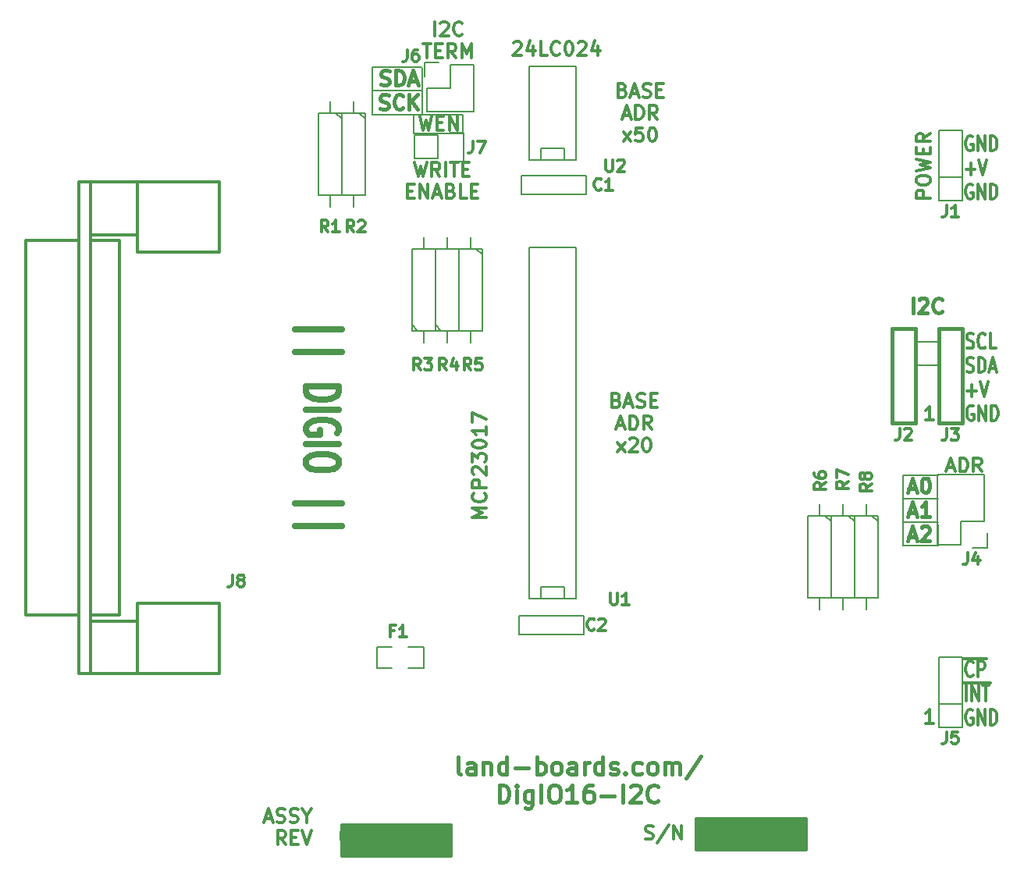
<source format=gto>
G04 #@! TF.FileFunction,Legend,Top*
%FSLAX46Y46*%
G04 Gerber Fmt 4.6, Leading zero omitted, Abs format (unit mm)*
G04 Created by KiCad (PCBNEW (after 2015-mar-04 BZR unknown)-product) date 5/18/2015 8:07:22 PM*
%MOMM*%
G01*
G04 APERTURE LIST*
%ADD10C,0.150000*%
%ADD11C,0.200000*%
%ADD12C,0.300000*%
%ADD13C,0.396875*%
%ADD14C,0.381000*%
%ADD15C,0.635000*%
%ADD16C,0.304800*%
%ADD17C,0.152400*%
%ADD18C,0.127000*%
%ADD19C,0.317500*%
G04 APERTURE END LIST*
D10*
D11*
X41504000Y-23518000D02*
X36170000Y-23518000D01*
X45984000Y-25518000D02*
X45984000Y-25264000D01*
X40650000Y-25518000D02*
X45984000Y-25518000D01*
X40650000Y-23486000D02*
X40650000Y-25518000D01*
X45984000Y-23486000D02*
X40650000Y-23486000D01*
X45984000Y-23740000D02*
X45984000Y-23486000D01*
X45984000Y-25264000D02*
X45984000Y-23740000D01*
D12*
X41336857Y-23680571D02*
X41694000Y-25180571D01*
X41979714Y-24109143D01*
X42265428Y-25180571D01*
X42622571Y-23680571D01*
X43194000Y-24394857D02*
X43694000Y-24394857D01*
X43908286Y-25180571D02*
X43194000Y-25180571D01*
X43194000Y-23680571D01*
X43908286Y-23680571D01*
X44551143Y-25180571D02*
X44551143Y-23680571D01*
X45408286Y-25180571D01*
X45408286Y-23680571D01*
D11*
X41604000Y-20858000D02*
X36270000Y-20858000D01*
X36170000Y-18418000D02*
X36170000Y-23498000D01*
X41504000Y-18318000D02*
X36170000Y-18318000D01*
X41604000Y-23498000D02*
X41604000Y-18418000D01*
X95006000Y-48124000D02*
X97546000Y-48124000D01*
X95006000Y-50664000D02*
X97546000Y-50664000D01*
X93736000Y-65142000D02*
X97546000Y-65142000D01*
X93736000Y-67682000D02*
X97546000Y-67682000D01*
X97546000Y-70222000D02*
X97546000Y-67936000D01*
X93736000Y-70222000D02*
X97546000Y-70222000D01*
X93736000Y-62602000D02*
X93736000Y-70222000D01*
X97546000Y-62602000D02*
X93736000Y-62602000D01*
D12*
X96700571Y-32538286D02*
X95200571Y-32538286D01*
X95200571Y-31966858D01*
X95272000Y-31824000D01*
X95343429Y-31752572D01*
X95486286Y-31681143D01*
X95700571Y-31681143D01*
X95843429Y-31752572D01*
X95914857Y-31824000D01*
X95986286Y-31966858D01*
X95986286Y-32538286D01*
X95200571Y-30752572D02*
X95200571Y-30466858D01*
X95272000Y-30324000D01*
X95414857Y-30181143D01*
X95700571Y-30109715D01*
X96200571Y-30109715D01*
X96486286Y-30181143D01*
X96629143Y-30324000D01*
X96700571Y-30466858D01*
X96700571Y-30752572D01*
X96629143Y-30895429D01*
X96486286Y-31038286D01*
X96200571Y-31109715D01*
X95700571Y-31109715D01*
X95414857Y-31038286D01*
X95272000Y-30895429D01*
X95200571Y-30752572D01*
X95200571Y-29609714D02*
X96700571Y-29252571D01*
X95629143Y-28966857D01*
X96700571Y-28681143D01*
X95200571Y-28324000D01*
X95914857Y-27752571D02*
X95914857Y-27252571D01*
X96700571Y-27038285D02*
X96700571Y-27752571D01*
X95200571Y-27752571D01*
X95200571Y-27038285D01*
X96700571Y-25538285D02*
X95986286Y-26038285D01*
X96700571Y-26395428D02*
X95200571Y-26395428D01*
X95200571Y-25824000D01*
X95272000Y-25681142D01*
X95343429Y-25609714D01*
X95486286Y-25538285D01*
X95700571Y-25538285D01*
X95843429Y-25609714D01*
X95914857Y-25681142D01*
X95986286Y-25824000D01*
X95986286Y-26395428D01*
X40782000Y-28679571D02*
X41139143Y-30179571D01*
X41424857Y-29108143D01*
X41710571Y-30179571D01*
X42067714Y-28679571D01*
X43496286Y-30179571D02*
X42996286Y-29465286D01*
X42639143Y-30179571D02*
X42639143Y-28679571D01*
X43210571Y-28679571D01*
X43353429Y-28751000D01*
X43424857Y-28822429D01*
X43496286Y-28965286D01*
X43496286Y-29179571D01*
X43424857Y-29322429D01*
X43353429Y-29393857D01*
X43210571Y-29465286D01*
X42639143Y-29465286D01*
X44139143Y-30179571D02*
X44139143Y-28679571D01*
X44639143Y-28679571D02*
X45496286Y-28679571D01*
X45067715Y-30179571D02*
X45067715Y-28679571D01*
X45996286Y-29393857D02*
X46496286Y-29393857D01*
X46710572Y-30179571D02*
X45996286Y-30179571D01*
X45996286Y-28679571D01*
X46710572Y-28679571D01*
X39996286Y-31793857D02*
X40496286Y-31793857D01*
X40710572Y-32579571D02*
X39996286Y-32579571D01*
X39996286Y-31079571D01*
X40710572Y-31079571D01*
X41353429Y-32579571D02*
X41353429Y-31079571D01*
X42210572Y-32579571D01*
X42210572Y-31079571D01*
X42853429Y-32151000D02*
X43567715Y-32151000D01*
X42710572Y-32579571D02*
X43210572Y-31079571D01*
X43710572Y-32579571D01*
X44710572Y-31793857D02*
X44924858Y-31865286D01*
X44996286Y-31936714D01*
X45067715Y-32079571D01*
X45067715Y-32293857D01*
X44996286Y-32436714D01*
X44924858Y-32508143D01*
X44782000Y-32579571D01*
X44210572Y-32579571D01*
X44210572Y-31079571D01*
X44710572Y-31079571D01*
X44853429Y-31151000D01*
X44924858Y-31222429D01*
X44996286Y-31365286D01*
X44996286Y-31508143D01*
X44924858Y-31651000D01*
X44853429Y-31722429D01*
X44710572Y-31793857D01*
X44210572Y-31793857D01*
X46424858Y-32579571D02*
X45710572Y-32579571D01*
X45710572Y-31079571D01*
X46924858Y-31793857D02*
X47424858Y-31793857D01*
X47639144Y-32579571D02*
X46924858Y-32579571D01*
X46924858Y-31079571D01*
X47639144Y-31079571D01*
X51501144Y-15695429D02*
X51572573Y-15624000D01*
X51715430Y-15552571D01*
X52072573Y-15552571D01*
X52215430Y-15624000D01*
X52286859Y-15695429D01*
X52358287Y-15838286D01*
X52358287Y-15981143D01*
X52286859Y-16195429D01*
X51429716Y-17052571D01*
X52358287Y-17052571D01*
X53644001Y-16052571D02*
X53644001Y-17052571D01*
X53286858Y-15481143D02*
X52929715Y-16552571D01*
X53858287Y-16552571D01*
X55144001Y-17052571D02*
X54429715Y-17052571D01*
X54429715Y-15552571D01*
X56501144Y-16909714D02*
X56429715Y-16981143D01*
X56215429Y-17052571D01*
X56072572Y-17052571D01*
X55858287Y-16981143D01*
X55715429Y-16838286D01*
X55644001Y-16695429D01*
X55572572Y-16409714D01*
X55572572Y-16195429D01*
X55644001Y-15909714D01*
X55715429Y-15766857D01*
X55858287Y-15624000D01*
X56072572Y-15552571D01*
X56215429Y-15552571D01*
X56429715Y-15624000D01*
X56501144Y-15695429D01*
X57429715Y-15552571D02*
X57572572Y-15552571D01*
X57715429Y-15624000D01*
X57786858Y-15695429D01*
X57858287Y-15838286D01*
X57929715Y-16124000D01*
X57929715Y-16481143D01*
X57858287Y-16766857D01*
X57786858Y-16909714D01*
X57715429Y-16981143D01*
X57572572Y-17052571D01*
X57429715Y-17052571D01*
X57286858Y-16981143D01*
X57215429Y-16909714D01*
X57144001Y-16766857D01*
X57072572Y-16481143D01*
X57072572Y-16124000D01*
X57144001Y-15838286D01*
X57215429Y-15695429D01*
X57286858Y-15624000D01*
X57429715Y-15552571D01*
X58501143Y-15695429D02*
X58572572Y-15624000D01*
X58715429Y-15552571D01*
X59072572Y-15552571D01*
X59215429Y-15624000D01*
X59286858Y-15695429D01*
X59358286Y-15838286D01*
X59358286Y-15981143D01*
X59286858Y-16195429D01*
X58429715Y-17052571D01*
X59358286Y-17052571D01*
X60644000Y-16052571D02*
X60644000Y-17052571D01*
X60286857Y-15481143D02*
X59929714Y-16552571D01*
X60858286Y-16552571D01*
X48518571Y-67171427D02*
X47018571Y-67171427D01*
X48090000Y-66671427D01*
X47018571Y-66171427D01*
X48518571Y-66171427D01*
X48375714Y-64599998D02*
X48447143Y-64671427D01*
X48518571Y-64885713D01*
X48518571Y-65028570D01*
X48447143Y-65242855D01*
X48304286Y-65385713D01*
X48161429Y-65457141D01*
X47875714Y-65528570D01*
X47661429Y-65528570D01*
X47375714Y-65457141D01*
X47232857Y-65385713D01*
X47090000Y-65242855D01*
X47018571Y-65028570D01*
X47018571Y-64885713D01*
X47090000Y-64671427D01*
X47161429Y-64599998D01*
X48518571Y-63957141D02*
X47018571Y-63957141D01*
X47018571Y-63385713D01*
X47090000Y-63242855D01*
X47161429Y-63171427D01*
X47304286Y-63099998D01*
X47518571Y-63099998D01*
X47661429Y-63171427D01*
X47732857Y-63242855D01*
X47804286Y-63385713D01*
X47804286Y-63957141D01*
X47161429Y-62528570D02*
X47090000Y-62457141D01*
X47018571Y-62314284D01*
X47018571Y-61957141D01*
X47090000Y-61814284D01*
X47161429Y-61742855D01*
X47304286Y-61671427D01*
X47447143Y-61671427D01*
X47661429Y-61742855D01*
X48518571Y-62599998D01*
X48518571Y-61671427D01*
X47018571Y-61171427D02*
X47018571Y-60242856D01*
X47590000Y-60742856D01*
X47590000Y-60528570D01*
X47661429Y-60385713D01*
X47732857Y-60314284D01*
X47875714Y-60242856D01*
X48232857Y-60242856D01*
X48375714Y-60314284D01*
X48447143Y-60385713D01*
X48518571Y-60528570D01*
X48518571Y-60957142D01*
X48447143Y-61099999D01*
X48375714Y-61171427D01*
X47018571Y-59314285D02*
X47018571Y-59171428D01*
X47090000Y-59028571D01*
X47161429Y-58957142D01*
X47304286Y-58885713D01*
X47590000Y-58814285D01*
X47947143Y-58814285D01*
X48232857Y-58885713D01*
X48375714Y-58957142D01*
X48447143Y-59028571D01*
X48518571Y-59171428D01*
X48518571Y-59314285D01*
X48447143Y-59457142D01*
X48375714Y-59528571D01*
X48232857Y-59599999D01*
X47947143Y-59671428D01*
X47590000Y-59671428D01*
X47304286Y-59599999D01*
X47161429Y-59528571D01*
X47090000Y-59457142D01*
X47018571Y-59314285D01*
X48518571Y-57385714D02*
X48518571Y-58242857D01*
X48518571Y-57814285D02*
X47018571Y-57814285D01*
X47232857Y-57957142D01*
X47375714Y-58100000D01*
X47447143Y-58242857D01*
X47018571Y-56885714D02*
X47018571Y-55885714D01*
X48518571Y-56528571D01*
D13*
X37122322Y-20232873D02*
X37349108Y-20308468D01*
X37727084Y-20308468D01*
X37878274Y-20232873D01*
X37953870Y-20157277D01*
X38029465Y-20006087D01*
X38029465Y-19854896D01*
X37953870Y-19703706D01*
X37878274Y-19628111D01*
X37727084Y-19552515D01*
X37424703Y-19476920D01*
X37273512Y-19401325D01*
X37197917Y-19325730D01*
X37122322Y-19174539D01*
X37122322Y-19023349D01*
X37197917Y-18872158D01*
X37273512Y-18796563D01*
X37424703Y-18720968D01*
X37802679Y-18720968D01*
X38029465Y-18796563D01*
X38709822Y-20308468D02*
X38709822Y-18720968D01*
X39087798Y-18720968D01*
X39314584Y-18796563D01*
X39465775Y-18947753D01*
X39541370Y-19098944D01*
X39616965Y-19401325D01*
X39616965Y-19628111D01*
X39541370Y-19930492D01*
X39465775Y-20081682D01*
X39314584Y-20232873D01*
X39087798Y-20308468D01*
X38709822Y-20308468D01*
X40221727Y-19854896D02*
X40977679Y-19854896D01*
X40070536Y-20308468D02*
X40599703Y-18720968D01*
X41128870Y-20308468D01*
X37008929Y-22852248D02*
X37235715Y-22927843D01*
X37613691Y-22927843D01*
X37764881Y-22852248D01*
X37840477Y-22776652D01*
X37916072Y-22625462D01*
X37916072Y-22474271D01*
X37840477Y-22323081D01*
X37764881Y-22247486D01*
X37613691Y-22171890D01*
X37311310Y-22096295D01*
X37160119Y-22020700D01*
X37084524Y-21945105D01*
X37008929Y-21793914D01*
X37008929Y-21642724D01*
X37084524Y-21491533D01*
X37160119Y-21415938D01*
X37311310Y-21340343D01*
X37689286Y-21340343D01*
X37916072Y-21415938D01*
X39503572Y-22776652D02*
X39427977Y-22852248D01*
X39201191Y-22927843D01*
X39050001Y-22927843D01*
X38823215Y-22852248D01*
X38672024Y-22701057D01*
X38596429Y-22549867D01*
X38520834Y-22247486D01*
X38520834Y-22020700D01*
X38596429Y-21718319D01*
X38672024Y-21567128D01*
X38823215Y-21415938D01*
X39050001Y-21340343D01*
X39201191Y-21340343D01*
X39427977Y-21415938D01*
X39503572Y-21491533D01*
X40183929Y-22927843D02*
X40183929Y-21340343D01*
X41091072Y-22927843D02*
X40410715Y-22020700D01*
X41091072Y-21340343D02*
X40183929Y-22247486D01*
D12*
X42935715Y-14928571D02*
X42935715Y-13428571D01*
X43578572Y-13571429D02*
X43650001Y-13500000D01*
X43792858Y-13428571D01*
X44150001Y-13428571D01*
X44292858Y-13500000D01*
X44364287Y-13571429D01*
X44435715Y-13714286D01*
X44435715Y-13857143D01*
X44364287Y-14071429D01*
X43507144Y-14928571D01*
X44435715Y-14928571D01*
X45935715Y-14785714D02*
X45864286Y-14857143D01*
X45650000Y-14928571D01*
X45507143Y-14928571D01*
X45292858Y-14857143D01*
X45150000Y-14714286D01*
X45078572Y-14571429D01*
X45007143Y-14285714D01*
X45007143Y-14071429D01*
X45078572Y-13785714D01*
X45150000Y-13642857D01*
X45292858Y-13500000D01*
X45507143Y-13428571D01*
X45650000Y-13428571D01*
X45864286Y-13500000D01*
X45935715Y-13571429D01*
X41685714Y-15828571D02*
X42542857Y-15828571D01*
X42114286Y-17328571D02*
X42114286Y-15828571D01*
X43042857Y-16542857D02*
X43542857Y-16542857D01*
X43757143Y-17328571D02*
X43042857Y-17328571D01*
X43042857Y-15828571D01*
X43757143Y-15828571D01*
X45257143Y-17328571D02*
X44757143Y-16614286D01*
X44400000Y-17328571D02*
X44400000Y-15828571D01*
X44971428Y-15828571D01*
X45114286Y-15900000D01*
X45185714Y-15971429D01*
X45257143Y-16114286D01*
X45257143Y-16328571D01*
X45185714Y-16471429D01*
X45114286Y-16542857D01*
X44971428Y-16614286D01*
X44400000Y-16614286D01*
X45900000Y-17328571D02*
X45900000Y-15828571D01*
X46400000Y-16900000D01*
X46900000Y-15828571D01*
X46900000Y-17328571D01*
X62681429Y-54482857D02*
X62895715Y-54554286D01*
X62967143Y-54625714D01*
X63038572Y-54768571D01*
X63038572Y-54982857D01*
X62967143Y-55125714D01*
X62895715Y-55197143D01*
X62752857Y-55268571D01*
X62181429Y-55268571D01*
X62181429Y-53768571D01*
X62681429Y-53768571D01*
X62824286Y-53840000D01*
X62895715Y-53911429D01*
X62967143Y-54054286D01*
X62967143Y-54197143D01*
X62895715Y-54340000D01*
X62824286Y-54411429D01*
X62681429Y-54482857D01*
X62181429Y-54482857D01*
X63610000Y-54840000D02*
X64324286Y-54840000D01*
X63467143Y-55268571D02*
X63967143Y-53768571D01*
X64467143Y-55268571D01*
X64895714Y-55197143D02*
X65110000Y-55268571D01*
X65467143Y-55268571D01*
X65610000Y-55197143D01*
X65681429Y-55125714D01*
X65752857Y-54982857D01*
X65752857Y-54840000D01*
X65681429Y-54697143D01*
X65610000Y-54625714D01*
X65467143Y-54554286D01*
X65181429Y-54482857D01*
X65038571Y-54411429D01*
X64967143Y-54340000D01*
X64895714Y-54197143D01*
X64895714Y-54054286D01*
X64967143Y-53911429D01*
X65038571Y-53840000D01*
X65181429Y-53768571D01*
X65538571Y-53768571D01*
X65752857Y-53840000D01*
X66395714Y-54482857D02*
X66895714Y-54482857D01*
X67110000Y-55268571D02*
X66395714Y-55268571D01*
X66395714Y-53768571D01*
X67110000Y-53768571D01*
X62752857Y-57240000D02*
X63467143Y-57240000D01*
X62610000Y-57668571D02*
X63110000Y-56168571D01*
X63610000Y-57668571D01*
X64110000Y-57668571D02*
X64110000Y-56168571D01*
X64467143Y-56168571D01*
X64681428Y-56240000D01*
X64824286Y-56382857D01*
X64895714Y-56525714D01*
X64967143Y-56811429D01*
X64967143Y-57025714D01*
X64895714Y-57311429D01*
X64824286Y-57454286D01*
X64681428Y-57597143D01*
X64467143Y-57668571D01*
X64110000Y-57668571D01*
X66467143Y-57668571D02*
X65967143Y-56954286D01*
X65610000Y-57668571D02*
X65610000Y-56168571D01*
X66181428Y-56168571D01*
X66324286Y-56240000D01*
X66395714Y-56311429D01*
X66467143Y-56454286D01*
X66467143Y-56668571D01*
X66395714Y-56811429D01*
X66324286Y-56882857D01*
X66181428Y-56954286D01*
X65610000Y-56954286D01*
X62788572Y-60068571D02*
X63574286Y-59068571D01*
X62788572Y-59068571D02*
X63574286Y-60068571D01*
X64074286Y-58711429D02*
X64145715Y-58640000D01*
X64288572Y-58568571D01*
X64645715Y-58568571D01*
X64788572Y-58640000D01*
X64860001Y-58711429D01*
X64931429Y-58854286D01*
X64931429Y-58997143D01*
X64860001Y-59211429D01*
X64002858Y-60068571D01*
X64931429Y-60068571D01*
X65860000Y-58568571D02*
X66002857Y-58568571D01*
X66145714Y-58640000D01*
X66217143Y-58711429D01*
X66288572Y-58854286D01*
X66360000Y-59140000D01*
X66360000Y-59497143D01*
X66288572Y-59782857D01*
X66217143Y-59925714D01*
X66145714Y-59997143D01*
X66002857Y-60068571D01*
X65860000Y-60068571D01*
X65717143Y-59997143D01*
X65645714Y-59925714D01*
X65574286Y-59782857D01*
X65502857Y-59497143D01*
X65502857Y-59140000D01*
X65574286Y-58854286D01*
X65645714Y-58711429D01*
X65717143Y-58640000D01*
X65860000Y-58568571D01*
X98550714Y-61812000D02*
X99265000Y-61812000D01*
X98407857Y-62240571D02*
X98907857Y-60740571D01*
X99407857Y-62240571D01*
X99907857Y-62240571D02*
X99907857Y-60740571D01*
X100265000Y-60740571D01*
X100479285Y-60812000D01*
X100622143Y-60954857D01*
X100693571Y-61097714D01*
X100765000Y-61383429D01*
X100765000Y-61597714D01*
X100693571Y-61883429D01*
X100622143Y-62026286D01*
X100479285Y-62169143D01*
X100265000Y-62240571D01*
X99907857Y-62240571D01*
X102265000Y-62240571D02*
X101765000Y-61526286D01*
X101407857Y-62240571D02*
X101407857Y-60740571D01*
X101979285Y-60740571D01*
X102122143Y-60812000D01*
X102193571Y-60883429D01*
X102265000Y-61026286D01*
X102265000Y-61240571D01*
X102193571Y-61383429D01*
X102122143Y-61454857D01*
X101979285Y-61526286D01*
X101407857Y-61526286D01*
X97042572Y-89545571D02*
X96185429Y-89545571D01*
X96614001Y-89545571D02*
X96614001Y-88045571D01*
X96471144Y-88259857D01*
X96328286Y-88402714D01*
X96185429Y-88474143D01*
X97042572Y-56652571D02*
X96185429Y-56652571D01*
X96614001Y-56652571D02*
X96614001Y-55152571D01*
X96471144Y-55366857D01*
X96328286Y-55509714D01*
X96185429Y-55581143D01*
X101264619Y-25867100D02*
X101143667Y-25788481D01*
X100962238Y-25788481D01*
X100780810Y-25867100D01*
X100659857Y-26024338D01*
X100599381Y-26181576D01*
X100538905Y-26496052D01*
X100538905Y-26731910D01*
X100599381Y-27046386D01*
X100659857Y-27203624D01*
X100780810Y-27360862D01*
X100962238Y-27439481D01*
X101083190Y-27439481D01*
X101264619Y-27360862D01*
X101325095Y-27282243D01*
X101325095Y-26731910D01*
X101083190Y-26731910D01*
X101869381Y-27439481D02*
X101869381Y-25788481D01*
X102595095Y-27439481D01*
X102595095Y-25788481D01*
X103199857Y-27439481D02*
X103199857Y-25788481D01*
X103502238Y-25788481D01*
X103683666Y-25867100D01*
X103804619Y-26024338D01*
X103865095Y-26181576D01*
X103925571Y-26496052D01*
X103925571Y-26731910D01*
X103865095Y-27046386D01*
X103804619Y-27203624D01*
X103683666Y-27360862D01*
X103502238Y-27439481D01*
X103199857Y-27439481D01*
X100599381Y-29421929D02*
X101567000Y-29421929D01*
X101083190Y-30050881D02*
X101083190Y-28792976D01*
X101990333Y-28399881D02*
X102413667Y-30050881D01*
X102837000Y-28399881D01*
X101264619Y-31089900D02*
X101143667Y-31011281D01*
X100962238Y-31011281D01*
X100780810Y-31089900D01*
X100659857Y-31247138D01*
X100599381Y-31404376D01*
X100538905Y-31718852D01*
X100538905Y-31954710D01*
X100599381Y-32269186D01*
X100659857Y-32426424D01*
X100780810Y-32583662D01*
X100962238Y-32662281D01*
X101083190Y-32662281D01*
X101264619Y-32583662D01*
X101325095Y-32505043D01*
X101325095Y-31954710D01*
X101083190Y-31954710D01*
X101869381Y-32662281D02*
X101869381Y-31011281D01*
X102595095Y-32662281D01*
X102595095Y-31011281D01*
X103199857Y-32662281D02*
X103199857Y-31011281D01*
X103502238Y-31011281D01*
X103683666Y-31089900D01*
X103804619Y-31247138D01*
X103865095Y-31404376D01*
X103925571Y-31718852D01*
X103925571Y-31954710D01*
X103865095Y-32269186D01*
X103804619Y-32426424D01*
X103683666Y-32583662D01*
X103502238Y-32662281D01*
X103199857Y-32662281D01*
X101325095Y-84305243D02*
X101264619Y-84383862D01*
X101083190Y-84462481D01*
X100962238Y-84462481D01*
X100780810Y-84383862D01*
X100659857Y-84226624D01*
X100599381Y-84069386D01*
X100538905Y-83754910D01*
X100538905Y-83519052D01*
X100599381Y-83204576D01*
X100659857Y-83047338D01*
X100780810Y-82890100D01*
X100962238Y-82811481D01*
X101083190Y-82811481D01*
X101264619Y-82890100D01*
X101325095Y-82968719D01*
X101869381Y-84462481D02*
X101869381Y-82811481D01*
X102353190Y-82811481D01*
X102474143Y-82890100D01*
X102534619Y-82968719D01*
X102595095Y-83125957D01*
X102595095Y-83361814D01*
X102534619Y-83519052D01*
X102474143Y-83597671D01*
X102353190Y-83676290D01*
X101869381Y-83676290D01*
X100297000Y-82526880D02*
X102837000Y-82526880D01*
X100599381Y-87073881D02*
X100599381Y-85422881D01*
X101204143Y-87073881D02*
X101204143Y-85422881D01*
X101929857Y-87073881D01*
X101929857Y-85422881D01*
X102353190Y-85422881D02*
X103078905Y-85422881D01*
X102716048Y-87073881D02*
X102716048Y-85422881D01*
X100297000Y-85138280D02*
X103199857Y-85138280D01*
X101264619Y-88112900D02*
X101143667Y-88034281D01*
X100962238Y-88034281D01*
X100780810Y-88112900D01*
X100659857Y-88270138D01*
X100599381Y-88427376D01*
X100538905Y-88741852D01*
X100538905Y-88977710D01*
X100599381Y-89292186D01*
X100659857Y-89449424D01*
X100780810Y-89606662D01*
X100962238Y-89685281D01*
X101083190Y-89685281D01*
X101264619Y-89606662D01*
X101325095Y-89528043D01*
X101325095Y-88977710D01*
X101083190Y-88977710D01*
X101869381Y-89685281D02*
X101869381Y-88034281D01*
X102595095Y-89685281D01*
X102595095Y-88034281D01*
X103199857Y-89685281D02*
X103199857Y-88034281D01*
X103502238Y-88034281D01*
X103683666Y-88112900D01*
X103804619Y-88270138D01*
X103865095Y-88427376D01*
X103925571Y-88741852D01*
X103925571Y-88977710D01*
X103865095Y-89292186D01*
X103804619Y-89449424D01*
X103683666Y-89606662D01*
X103502238Y-89685281D01*
X103199857Y-89685281D01*
X63316429Y-20827857D02*
X63530715Y-20899286D01*
X63602143Y-20970714D01*
X63673572Y-21113571D01*
X63673572Y-21327857D01*
X63602143Y-21470714D01*
X63530715Y-21542143D01*
X63387857Y-21613571D01*
X62816429Y-21613571D01*
X62816429Y-20113571D01*
X63316429Y-20113571D01*
X63459286Y-20185000D01*
X63530715Y-20256429D01*
X63602143Y-20399286D01*
X63602143Y-20542143D01*
X63530715Y-20685000D01*
X63459286Y-20756429D01*
X63316429Y-20827857D01*
X62816429Y-20827857D01*
X64245000Y-21185000D02*
X64959286Y-21185000D01*
X64102143Y-21613571D02*
X64602143Y-20113571D01*
X65102143Y-21613571D01*
X65530714Y-21542143D02*
X65745000Y-21613571D01*
X66102143Y-21613571D01*
X66245000Y-21542143D01*
X66316429Y-21470714D01*
X66387857Y-21327857D01*
X66387857Y-21185000D01*
X66316429Y-21042143D01*
X66245000Y-20970714D01*
X66102143Y-20899286D01*
X65816429Y-20827857D01*
X65673571Y-20756429D01*
X65602143Y-20685000D01*
X65530714Y-20542143D01*
X65530714Y-20399286D01*
X65602143Y-20256429D01*
X65673571Y-20185000D01*
X65816429Y-20113571D01*
X66173571Y-20113571D01*
X66387857Y-20185000D01*
X67030714Y-20827857D02*
X67530714Y-20827857D01*
X67745000Y-21613571D02*
X67030714Y-21613571D01*
X67030714Y-20113571D01*
X67745000Y-20113571D01*
X63387857Y-23585000D02*
X64102143Y-23585000D01*
X63245000Y-24013571D02*
X63745000Y-22513571D01*
X64245000Y-24013571D01*
X64745000Y-24013571D02*
X64745000Y-22513571D01*
X65102143Y-22513571D01*
X65316428Y-22585000D01*
X65459286Y-22727857D01*
X65530714Y-22870714D01*
X65602143Y-23156429D01*
X65602143Y-23370714D01*
X65530714Y-23656429D01*
X65459286Y-23799286D01*
X65316428Y-23942143D01*
X65102143Y-24013571D01*
X64745000Y-24013571D01*
X67102143Y-24013571D02*
X66602143Y-23299286D01*
X66245000Y-24013571D02*
X66245000Y-22513571D01*
X66816428Y-22513571D01*
X66959286Y-22585000D01*
X67030714Y-22656429D01*
X67102143Y-22799286D01*
X67102143Y-23013571D01*
X67030714Y-23156429D01*
X66959286Y-23227857D01*
X66816428Y-23299286D01*
X66245000Y-23299286D01*
X63423572Y-26413571D02*
X64209286Y-25413571D01*
X63423572Y-25413571D02*
X64209286Y-26413571D01*
X65495001Y-24913571D02*
X64780715Y-24913571D01*
X64709286Y-25627857D01*
X64780715Y-25556429D01*
X64923572Y-25485000D01*
X65280715Y-25485000D01*
X65423572Y-25556429D01*
X65495001Y-25627857D01*
X65566429Y-25770714D01*
X65566429Y-26127857D01*
X65495001Y-26270714D01*
X65423572Y-26342143D01*
X65280715Y-26413571D01*
X64923572Y-26413571D01*
X64780715Y-26342143D01*
X64709286Y-26270714D01*
X66495000Y-24913571D02*
X66637857Y-24913571D01*
X66780714Y-24985000D01*
X66852143Y-25056429D01*
X66923572Y-25199286D01*
X66995000Y-25485000D01*
X66995000Y-25842143D01*
X66923572Y-26127857D01*
X66852143Y-26270714D01*
X66780714Y-26342143D01*
X66637857Y-26413571D01*
X66495000Y-26413571D01*
X66352143Y-26342143D01*
X66280714Y-26270714D01*
X66209286Y-26127857D01*
X66137857Y-25842143D01*
X66137857Y-25485000D01*
X66209286Y-25199286D01*
X66280714Y-25056429D01*
X66352143Y-24985000D01*
X66495000Y-24913571D01*
D14*
X45768645Y-95062786D02*
X45587217Y-94972071D01*
X45496502Y-94790643D01*
X45496502Y-93157786D01*
X47310788Y-95062786D02*
X47310788Y-94064929D01*
X47220074Y-93883500D01*
X47038645Y-93792786D01*
X46675788Y-93792786D01*
X46494359Y-93883500D01*
X47310788Y-94972071D02*
X47129359Y-95062786D01*
X46675788Y-95062786D01*
X46494359Y-94972071D01*
X46403645Y-94790643D01*
X46403645Y-94609214D01*
X46494359Y-94427786D01*
X46675788Y-94337071D01*
X47129359Y-94337071D01*
X47310788Y-94246357D01*
X48217930Y-93792786D02*
X48217930Y-95062786D01*
X48217930Y-93974214D02*
X48308645Y-93883500D01*
X48490073Y-93792786D01*
X48762216Y-93792786D01*
X48943645Y-93883500D01*
X49034359Y-94064929D01*
X49034359Y-95062786D01*
X50757930Y-95062786D02*
X50757930Y-93157786D01*
X50757930Y-94972071D02*
X50576501Y-95062786D01*
X50213644Y-95062786D01*
X50032216Y-94972071D01*
X49941501Y-94881357D01*
X49850787Y-94699929D01*
X49850787Y-94155643D01*
X49941501Y-93974214D01*
X50032216Y-93883500D01*
X50213644Y-93792786D01*
X50576501Y-93792786D01*
X50757930Y-93883500D01*
X51665072Y-94337071D02*
X53116501Y-94337071D01*
X54023643Y-95062786D02*
X54023643Y-93157786D01*
X54023643Y-93883500D02*
X54205072Y-93792786D01*
X54567929Y-93792786D01*
X54749358Y-93883500D01*
X54840072Y-93974214D01*
X54930786Y-94155643D01*
X54930786Y-94699929D01*
X54840072Y-94881357D01*
X54749358Y-94972071D01*
X54567929Y-95062786D01*
X54205072Y-95062786D01*
X54023643Y-94972071D01*
X56019357Y-95062786D02*
X55837929Y-94972071D01*
X55747214Y-94881357D01*
X55656500Y-94699929D01*
X55656500Y-94155643D01*
X55747214Y-93974214D01*
X55837929Y-93883500D01*
X56019357Y-93792786D01*
X56291500Y-93792786D01*
X56472929Y-93883500D01*
X56563643Y-93974214D01*
X56654357Y-94155643D01*
X56654357Y-94699929D01*
X56563643Y-94881357D01*
X56472929Y-94972071D01*
X56291500Y-95062786D01*
X56019357Y-95062786D01*
X58287214Y-95062786D02*
X58287214Y-94064929D01*
X58196500Y-93883500D01*
X58015071Y-93792786D01*
X57652214Y-93792786D01*
X57470785Y-93883500D01*
X58287214Y-94972071D02*
X58105785Y-95062786D01*
X57652214Y-95062786D01*
X57470785Y-94972071D01*
X57380071Y-94790643D01*
X57380071Y-94609214D01*
X57470785Y-94427786D01*
X57652214Y-94337071D01*
X58105785Y-94337071D01*
X58287214Y-94246357D01*
X59194356Y-95062786D02*
X59194356Y-93792786D01*
X59194356Y-94155643D02*
X59285071Y-93974214D01*
X59375785Y-93883500D01*
X59557214Y-93792786D01*
X59738642Y-93792786D01*
X61190071Y-95062786D02*
X61190071Y-93157786D01*
X61190071Y-94972071D02*
X61008642Y-95062786D01*
X60645785Y-95062786D01*
X60464357Y-94972071D01*
X60373642Y-94881357D01*
X60282928Y-94699929D01*
X60282928Y-94155643D01*
X60373642Y-93974214D01*
X60464357Y-93883500D01*
X60645785Y-93792786D01*
X61008642Y-93792786D01*
X61190071Y-93883500D01*
X62006499Y-94972071D02*
X62187928Y-95062786D01*
X62550785Y-95062786D01*
X62732213Y-94972071D01*
X62822928Y-94790643D01*
X62822928Y-94699929D01*
X62732213Y-94518500D01*
X62550785Y-94427786D01*
X62278642Y-94427786D01*
X62097213Y-94337071D01*
X62006499Y-94155643D01*
X62006499Y-94064929D01*
X62097213Y-93883500D01*
X62278642Y-93792786D01*
X62550785Y-93792786D01*
X62732213Y-93883500D01*
X63639356Y-94881357D02*
X63730071Y-94972071D01*
X63639356Y-95062786D01*
X63548642Y-94972071D01*
X63639356Y-94881357D01*
X63639356Y-95062786D01*
X65362928Y-94972071D02*
X65181499Y-95062786D01*
X64818642Y-95062786D01*
X64637214Y-94972071D01*
X64546499Y-94881357D01*
X64455785Y-94699929D01*
X64455785Y-94155643D01*
X64546499Y-93974214D01*
X64637214Y-93883500D01*
X64818642Y-93792786D01*
X65181499Y-93792786D01*
X65362928Y-93883500D01*
X66451499Y-95062786D02*
X66270071Y-94972071D01*
X66179356Y-94881357D01*
X66088642Y-94699929D01*
X66088642Y-94155643D01*
X66179356Y-93974214D01*
X66270071Y-93883500D01*
X66451499Y-93792786D01*
X66723642Y-93792786D01*
X66905071Y-93883500D01*
X66995785Y-93974214D01*
X67086499Y-94155643D01*
X67086499Y-94699929D01*
X66995785Y-94881357D01*
X66905071Y-94972071D01*
X66723642Y-95062786D01*
X66451499Y-95062786D01*
X67902927Y-95062786D02*
X67902927Y-93792786D01*
X67902927Y-93974214D02*
X67993642Y-93883500D01*
X68175070Y-93792786D01*
X68447213Y-93792786D01*
X68628642Y-93883500D01*
X68719356Y-94064929D01*
X68719356Y-95062786D01*
X68719356Y-94064929D02*
X68810070Y-93883500D01*
X68991499Y-93792786D01*
X69263642Y-93792786D01*
X69445070Y-93883500D01*
X69535785Y-94064929D01*
X69535785Y-95062786D01*
X71803642Y-93067071D02*
X70170785Y-95516357D01*
X49941500Y-98110786D02*
X49941500Y-96205786D01*
X50395072Y-96205786D01*
X50667215Y-96296500D01*
X50848643Y-96477929D01*
X50939358Y-96659357D01*
X51030072Y-97022214D01*
X51030072Y-97294357D01*
X50939358Y-97657214D01*
X50848643Y-97838643D01*
X50667215Y-98020071D01*
X50395072Y-98110786D01*
X49941500Y-98110786D01*
X51846500Y-98110786D02*
X51846500Y-96840786D01*
X51846500Y-96205786D02*
X51755786Y-96296500D01*
X51846500Y-96387214D01*
X51937215Y-96296500D01*
X51846500Y-96205786D01*
X51846500Y-96387214D01*
X53570072Y-96840786D02*
X53570072Y-98382929D01*
X53479358Y-98564357D01*
X53388643Y-98655071D01*
X53207215Y-98745786D01*
X52935072Y-98745786D01*
X52753643Y-98655071D01*
X53570072Y-98020071D02*
X53388643Y-98110786D01*
X53025786Y-98110786D01*
X52844358Y-98020071D01*
X52753643Y-97929357D01*
X52662929Y-97747929D01*
X52662929Y-97203643D01*
X52753643Y-97022214D01*
X52844358Y-96931500D01*
X53025786Y-96840786D01*
X53388643Y-96840786D01*
X53570072Y-96931500D01*
X54477214Y-98110786D02*
X54477214Y-96205786D01*
X55747215Y-96205786D02*
X56110072Y-96205786D01*
X56291500Y-96296500D01*
X56472929Y-96477929D01*
X56563643Y-96840786D01*
X56563643Y-97475786D01*
X56472929Y-97838643D01*
X56291500Y-98020071D01*
X56110072Y-98110786D01*
X55747215Y-98110786D01*
X55565786Y-98020071D01*
X55384357Y-97838643D01*
X55293643Y-97475786D01*
X55293643Y-96840786D01*
X55384357Y-96477929D01*
X55565786Y-96296500D01*
X55747215Y-96205786D01*
X58377929Y-98110786D02*
X57289357Y-98110786D01*
X57833643Y-98110786D02*
X57833643Y-96205786D01*
X57652214Y-96477929D01*
X57470786Y-96659357D01*
X57289357Y-96750071D01*
X60010786Y-96205786D02*
X59647929Y-96205786D01*
X59466500Y-96296500D01*
X59375786Y-96387214D01*
X59194357Y-96659357D01*
X59103643Y-97022214D01*
X59103643Y-97747929D01*
X59194357Y-97929357D01*
X59285072Y-98020071D01*
X59466500Y-98110786D01*
X59829357Y-98110786D01*
X60010786Y-98020071D01*
X60101500Y-97929357D01*
X60192215Y-97747929D01*
X60192215Y-97294357D01*
X60101500Y-97112929D01*
X60010786Y-97022214D01*
X59829357Y-96931500D01*
X59466500Y-96931500D01*
X59285072Y-97022214D01*
X59194357Y-97112929D01*
X59103643Y-97294357D01*
X61008643Y-97385071D02*
X62460072Y-97385071D01*
X63367214Y-98110786D02*
X63367214Y-96205786D01*
X64183643Y-96387214D02*
X64274357Y-96296500D01*
X64455786Y-96205786D01*
X64909357Y-96205786D01*
X65090786Y-96296500D01*
X65181500Y-96387214D01*
X65272215Y-96568643D01*
X65272215Y-96750071D01*
X65181500Y-97022214D01*
X64092929Y-98110786D01*
X65272215Y-98110786D01*
X67177215Y-97929357D02*
X67086501Y-98020071D01*
X66814358Y-98110786D01*
X66632929Y-98110786D01*
X66360786Y-98020071D01*
X66179358Y-97838643D01*
X66088643Y-97657214D01*
X65997929Y-97294357D01*
X65997929Y-97022214D01*
X66088643Y-96659357D01*
X66179358Y-96477929D01*
X66360786Y-96296500D01*
X66632929Y-96205786D01*
X66814358Y-96205786D01*
X67086501Y-96296500D01*
X67177215Y-96387214D01*
D12*
X65785285Y-102047143D02*
X65999571Y-102118571D01*
X66356714Y-102118571D01*
X66499571Y-102047143D01*
X66571000Y-101975714D01*
X66642428Y-101832857D01*
X66642428Y-101690000D01*
X66571000Y-101547143D01*
X66499571Y-101475714D01*
X66356714Y-101404286D01*
X66071000Y-101332857D01*
X65928142Y-101261429D01*
X65856714Y-101190000D01*
X65785285Y-101047143D01*
X65785285Y-100904286D01*
X65856714Y-100761429D01*
X65928142Y-100690000D01*
X66071000Y-100618571D01*
X66428142Y-100618571D01*
X66642428Y-100690000D01*
X68356713Y-100547143D02*
X67070999Y-102475714D01*
X68856714Y-102118571D02*
X68856714Y-100618571D01*
X69713857Y-102118571D01*
X69713857Y-100618571D01*
D13*
X94810298Y-45008155D02*
X94810298Y-43420655D01*
X95490655Y-43571845D02*
X95566250Y-43496250D01*
X95717441Y-43420655D01*
X96095417Y-43420655D01*
X96246607Y-43496250D01*
X96322203Y-43571845D01*
X96397798Y-43723036D01*
X96397798Y-43874226D01*
X96322203Y-44101012D01*
X95415060Y-45008155D01*
X96397798Y-45008155D01*
X97985298Y-44856964D02*
X97909703Y-44932560D01*
X97682917Y-45008155D01*
X97531727Y-45008155D01*
X97304941Y-44932560D01*
X97153750Y-44781369D01*
X97078155Y-44630179D01*
X97002560Y-44327798D01*
X97002560Y-44101012D01*
X97078155Y-43798631D01*
X97153750Y-43647440D01*
X97304941Y-43496250D01*
X97531727Y-43420655D01*
X97682917Y-43420655D01*
X97909703Y-43496250D01*
X97985298Y-43571845D01*
D12*
X100665905Y-48788162D02*
X100847333Y-48866781D01*
X101149714Y-48866781D01*
X101270667Y-48788162D01*
X101331143Y-48709543D01*
X101391619Y-48552305D01*
X101391619Y-48395067D01*
X101331143Y-48237829D01*
X101270667Y-48159210D01*
X101149714Y-48080590D01*
X100907810Y-48001971D01*
X100786857Y-47923352D01*
X100726381Y-47844733D01*
X100665905Y-47687495D01*
X100665905Y-47530257D01*
X100726381Y-47373019D01*
X100786857Y-47294400D01*
X100907810Y-47215781D01*
X101210190Y-47215781D01*
X101391619Y-47294400D01*
X102661619Y-48709543D02*
X102601143Y-48788162D01*
X102419714Y-48866781D01*
X102298762Y-48866781D01*
X102117334Y-48788162D01*
X101996381Y-48630924D01*
X101935905Y-48473686D01*
X101875429Y-48159210D01*
X101875429Y-47923352D01*
X101935905Y-47608876D01*
X101996381Y-47451638D01*
X102117334Y-47294400D01*
X102298762Y-47215781D01*
X102419714Y-47215781D01*
X102601143Y-47294400D01*
X102661619Y-47373019D01*
X103810667Y-48866781D02*
X103205905Y-48866781D01*
X103205905Y-47215781D01*
X100665905Y-51399562D02*
X100847333Y-51478181D01*
X101149714Y-51478181D01*
X101270667Y-51399562D01*
X101331143Y-51320943D01*
X101391619Y-51163705D01*
X101391619Y-51006467D01*
X101331143Y-50849229D01*
X101270667Y-50770610D01*
X101149714Y-50691990D01*
X100907810Y-50613371D01*
X100786857Y-50534752D01*
X100726381Y-50456133D01*
X100665905Y-50298895D01*
X100665905Y-50141657D01*
X100726381Y-49984419D01*
X100786857Y-49905800D01*
X100907810Y-49827181D01*
X101210190Y-49827181D01*
X101391619Y-49905800D01*
X101935905Y-51478181D02*
X101935905Y-49827181D01*
X102238286Y-49827181D01*
X102419714Y-49905800D01*
X102540667Y-50063038D01*
X102601143Y-50220276D01*
X102661619Y-50534752D01*
X102661619Y-50770610D01*
X102601143Y-51085086D01*
X102540667Y-51242324D01*
X102419714Y-51399562D01*
X102238286Y-51478181D01*
X101935905Y-51478181D01*
X103145429Y-51006467D02*
X103750191Y-51006467D01*
X103024476Y-51478181D02*
X103447810Y-49827181D01*
X103871143Y-51478181D01*
X100726381Y-53460629D02*
X101694000Y-53460629D01*
X101210190Y-54089581D02*
X101210190Y-52831676D01*
X102117333Y-52438581D02*
X102540667Y-54089581D01*
X102964000Y-52438581D01*
X101391619Y-55128600D02*
X101270667Y-55049981D01*
X101089238Y-55049981D01*
X100907810Y-55128600D01*
X100786857Y-55285838D01*
X100726381Y-55443076D01*
X100665905Y-55757552D01*
X100665905Y-55993410D01*
X100726381Y-56307886D01*
X100786857Y-56465124D01*
X100907810Y-56622362D01*
X101089238Y-56700981D01*
X101210190Y-56700981D01*
X101391619Y-56622362D01*
X101452095Y-56543743D01*
X101452095Y-55993410D01*
X101210190Y-55993410D01*
X101996381Y-56700981D02*
X101996381Y-55049981D01*
X102722095Y-56700981D01*
X102722095Y-55049981D01*
X103326857Y-56700981D02*
X103326857Y-55049981D01*
X103629238Y-55049981D01*
X103810666Y-55128600D01*
X103931619Y-55285838D01*
X103992095Y-55443076D01*
X104052571Y-55757552D01*
X104052571Y-55993410D01*
X103992095Y-56307886D01*
X103931619Y-56465124D01*
X103810666Y-56622362D01*
X103629238Y-56700981D01*
X103326857Y-56700981D01*
D13*
X94380072Y-64057208D02*
X95136024Y-64057208D01*
X94228881Y-64510780D02*
X94758048Y-62923280D01*
X95287215Y-64510780D01*
X96118762Y-62923280D02*
X96269953Y-62923280D01*
X96421143Y-62998875D01*
X96496738Y-63074470D01*
X96572334Y-63225661D01*
X96647929Y-63528042D01*
X96647929Y-63906018D01*
X96572334Y-64208399D01*
X96496738Y-64359589D01*
X96421143Y-64435185D01*
X96269953Y-64510780D01*
X96118762Y-64510780D01*
X95967572Y-64435185D01*
X95891976Y-64359589D01*
X95816381Y-64208399D01*
X95740786Y-63906018D01*
X95740786Y-63528042D01*
X95816381Y-63225661D01*
X95891976Y-63074470D01*
X95967572Y-62998875D01*
X96118762Y-62923280D01*
X94380072Y-66676583D02*
X95136024Y-66676583D01*
X94228881Y-67130155D02*
X94758048Y-65542655D01*
X95287215Y-67130155D01*
X96647929Y-67130155D02*
X95740786Y-67130155D01*
X96194357Y-67130155D02*
X96194357Y-65542655D01*
X96043167Y-65769440D01*
X95891976Y-65920631D01*
X95740786Y-65996226D01*
X94380072Y-69295958D02*
X95136024Y-69295958D01*
X94228881Y-69749530D02*
X94758048Y-68162030D01*
X95287215Y-69749530D01*
X95740786Y-68313220D02*
X95816381Y-68237625D01*
X95967572Y-68162030D01*
X96345548Y-68162030D01*
X96496738Y-68237625D01*
X96572334Y-68313220D01*
X96647929Y-68464411D01*
X96647929Y-68615601D01*
X96572334Y-68842387D01*
X95665191Y-69749530D01*
X96647929Y-69749530D01*
D15*
X27780000Y-46811856D02*
X32860000Y-46811856D01*
X27780000Y-49230904D02*
X32860000Y-49230904D01*
X28965333Y-52980428D02*
X32521333Y-52980428D01*
X32521333Y-53585190D01*
X32352000Y-53948047D01*
X32013333Y-54189952D01*
X31674667Y-54310904D01*
X30997333Y-54431856D01*
X30489333Y-54431856D01*
X29812000Y-54310904D01*
X29473333Y-54189952D01*
X29134667Y-53948047D01*
X28965333Y-53585190D01*
X28965333Y-52980428D01*
X28965333Y-55520428D02*
X32521333Y-55520428D01*
X32352000Y-58060428D02*
X32521333Y-57818523D01*
X32521333Y-57455666D01*
X32352000Y-57092809D01*
X32013333Y-56850904D01*
X31674667Y-56729952D01*
X30997333Y-56609000D01*
X30489333Y-56609000D01*
X29812000Y-56729952D01*
X29473333Y-56850904D01*
X29134667Y-57092809D01*
X28965333Y-57455666D01*
X28965333Y-57697571D01*
X29134667Y-58060428D01*
X29304000Y-58181380D01*
X30489333Y-58181380D01*
X30489333Y-57697571D01*
X28965333Y-59269952D02*
X32521333Y-59269952D01*
X32521333Y-60963285D02*
X32521333Y-61447095D01*
X32352000Y-61689000D01*
X32013333Y-61930904D01*
X31336000Y-62051857D01*
X30150667Y-62051857D01*
X29473333Y-61930904D01*
X29134667Y-61689000D01*
X28965333Y-61447095D01*
X28965333Y-60963285D01*
X29134667Y-60721381D01*
X29473333Y-60479476D01*
X30150667Y-60358524D01*
X31336000Y-60358524D01*
X32013333Y-60479476D01*
X32352000Y-60721381D01*
X32521333Y-60963285D01*
X27780000Y-65680428D02*
X32860000Y-65680428D01*
X27780000Y-68099476D02*
X32860000Y-68099476D01*
D12*
X24542144Y-99855000D02*
X25256430Y-99855000D01*
X24399287Y-100283571D02*
X24899287Y-98783571D01*
X25399287Y-100283571D01*
X25827858Y-100212143D02*
X26042144Y-100283571D01*
X26399287Y-100283571D01*
X26542144Y-100212143D01*
X26613573Y-100140714D01*
X26685001Y-99997857D01*
X26685001Y-99855000D01*
X26613573Y-99712143D01*
X26542144Y-99640714D01*
X26399287Y-99569286D01*
X26113573Y-99497857D01*
X25970715Y-99426429D01*
X25899287Y-99355000D01*
X25827858Y-99212143D01*
X25827858Y-99069286D01*
X25899287Y-98926429D01*
X25970715Y-98855000D01*
X26113573Y-98783571D01*
X26470715Y-98783571D01*
X26685001Y-98855000D01*
X27256429Y-100212143D02*
X27470715Y-100283571D01*
X27827858Y-100283571D01*
X27970715Y-100212143D01*
X28042144Y-100140714D01*
X28113572Y-99997857D01*
X28113572Y-99855000D01*
X28042144Y-99712143D01*
X27970715Y-99640714D01*
X27827858Y-99569286D01*
X27542144Y-99497857D01*
X27399286Y-99426429D01*
X27327858Y-99355000D01*
X27256429Y-99212143D01*
X27256429Y-99069286D01*
X27327858Y-98926429D01*
X27399286Y-98855000D01*
X27542144Y-98783571D01*
X27899286Y-98783571D01*
X28113572Y-98855000D01*
X29042143Y-99569286D02*
X29042143Y-100283571D01*
X28542143Y-98783571D02*
X29042143Y-99569286D01*
X29542143Y-98783571D01*
X26756429Y-102683571D02*
X26256429Y-101969286D01*
X25899286Y-102683571D02*
X25899286Y-101183571D01*
X26470714Y-101183571D01*
X26613572Y-101255000D01*
X26685000Y-101326429D01*
X26756429Y-101469286D01*
X26756429Y-101683571D01*
X26685000Y-101826429D01*
X26613572Y-101897857D01*
X26470714Y-101969286D01*
X25899286Y-101969286D01*
X27399286Y-101897857D02*
X27899286Y-101897857D01*
X28113572Y-102683571D02*
X27399286Y-102683571D01*
X27399286Y-101183571D01*
X28113572Y-101183571D01*
X28542143Y-101183571D02*
X29042143Y-102683571D01*
X29542143Y-101183571D01*
D15*
X83025000Y-102710000D02*
X71595000Y-102710000D01*
X71595000Y-102710000D02*
X71595000Y-102075000D01*
X71595000Y-102075000D02*
X83025000Y-102075000D01*
X83025000Y-102075000D02*
X83025000Y-101440000D01*
X83025000Y-101440000D02*
X71468000Y-101440000D01*
X71468000Y-101440000D02*
X71468000Y-100805000D01*
X71468000Y-100805000D02*
X83025000Y-100805000D01*
X83025000Y-100805000D02*
X83025000Y-100297000D01*
X83025000Y-100297000D02*
X71595000Y-100297000D01*
D14*
X71341000Y-103218000D02*
X83152000Y-103218000D01*
X83152000Y-103218000D02*
X83152000Y-99916000D01*
X83152000Y-99916000D02*
X71341000Y-99916000D01*
X71341000Y-99916000D02*
X71341000Y-103218000D01*
D15*
X44544000Y-103345000D02*
X33114000Y-103345000D01*
X33114000Y-103345000D02*
X33114000Y-102710000D01*
X33114000Y-102710000D02*
X44544000Y-102710000D01*
X44544000Y-102710000D02*
X44544000Y-102075000D01*
X44544000Y-102075000D02*
X32987000Y-102075000D01*
X32987000Y-102075000D02*
X32987000Y-101440000D01*
X32987000Y-101440000D02*
X44544000Y-101440000D01*
X44544000Y-101440000D02*
X44544000Y-100932000D01*
X44544000Y-100932000D02*
X33114000Y-100932000D01*
D14*
X32860000Y-103853000D02*
X44671000Y-103853000D01*
X44671000Y-103853000D02*
X44671000Y-100551000D01*
X44671000Y-100551000D02*
X32860000Y-100551000D01*
X32860000Y-100551000D02*
X32860000Y-103853000D01*
X97650320Y-56969680D02*
X97650320Y-46720780D01*
X97650320Y-46720780D02*
X100149680Y-46720780D01*
X97650320Y-56969680D02*
X100149680Y-56969680D01*
X100149680Y-56969680D02*
X100149680Y-46720780D01*
D16*
X5570000Y-30830000D02*
X19540000Y-30830000D01*
X10650000Y-38450000D02*
X19540000Y-38450000D01*
X5570000Y-36545000D02*
X10650000Y-36545000D01*
X5570000Y-78455000D02*
X10650000Y-78455000D01*
X10650000Y-76550000D02*
X19540000Y-76550000D01*
X19540000Y-84170000D02*
X5570000Y-84170000D01*
X10650000Y-30830000D02*
X10650000Y-38450000D01*
X10650000Y-84170000D02*
X10650000Y-76550000D01*
X8745000Y-37180000D02*
X5570000Y-37180000D01*
X8745000Y-77820000D02*
X5570000Y-77820000D01*
X-1415000Y-37180000D02*
X4300000Y-37180000D01*
X-1415000Y-77820000D02*
X4300000Y-77820000D01*
X5570000Y-30830000D02*
X4300000Y-30830000D01*
X4300000Y-30830000D02*
X4300000Y-84170000D01*
X4300000Y-84170000D02*
X5570000Y-84170000D01*
X5570000Y-84170000D02*
X5570000Y-30830000D01*
X19540000Y-38450000D02*
X19540000Y-30830000D01*
X8745000Y-77820000D02*
X8745000Y-37180000D01*
X-1415000Y-77820000D02*
X-1415000Y-37180000D01*
X19540000Y-84170000D02*
X19540000Y-76550000D01*
D14*
X92570320Y-56969680D02*
X92570320Y-46720780D01*
X92570320Y-46720780D02*
X95069680Y-46720780D01*
X92570320Y-56969680D02*
X95069680Y-56969680D01*
X95069680Y-56969680D02*
X95069680Y-46720780D01*
D17*
X100170000Y-32860000D02*
X97630000Y-32860000D01*
X97630000Y-32860000D02*
X97630000Y-25240000D01*
X97630000Y-25240000D02*
X100170000Y-25240000D01*
X100170000Y-25240000D02*
X100170000Y-32860000D01*
X97630000Y-30320000D02*
X100170000Y-30320000D01*
X100170000Y-90010000D02*
X97630000Y-90010000D01*
X97630000Y-90010000D02*
X97630000Y-82390000D01*
X97630000Y-82390000D02*
X100170000Y-82390000D01*
X100170000Y-82390000D02*
X100170000Y-90010000D01*
X97630000Y-87470000D02*
X100170000Y-87470000D01*
D18*
X41750000Y-83533000D02*
X41750000Y-81247000D01*
X41750000Y-81247000D02*
X40099000Y-81247000D01*
X38321000Y-83533000D02*
X36670000Y-83533000D01*
X36670000Y-83533000D02*
X36670000Y-81247000D01*
X36670000Y-81247000D02*
X38321000Y-81247000D01*
X40099000Y-83533000D02*
X41750000Y-83533000D01*
D10*
X32860000Y-23335000D02*
X30320000Y-23335000D01*
X30320000Y-23335000D02*
X30320000Y-32225000D01*
X30320000Y-32225000D02*
X32860000Y-32225000D01*
X32860000Y-32225000D02*
X32860000Y-23335000D01*
X32225000Y-23335000D02*
X32860000Y-23970000D01*
X31590000Y-23335000D02*
X31590000Y-22065000D01*
X31590000Y-32225000D02*
X31590000Y-33495000D01*
X35400000Y-23335000D02*
X32860000Y-23335000D01*
X32860000Y-23335000D02*
X32860000Y-32225000D01*
X32860000Y-32225000D02*
X35400000Y-32225000D01*
X35400000Y-32225000D02*
X35400000Y-23335000D01*
X34765000Y-23335000D02*
X35400000Y-23970000D01*
X34130000Y-23335000D02*
X34130000Y-22065000D01*
X34130000Y-32225000D02*
X34130000Y-33495000D01*
X41851000Y-19398000D02*
X41851000Y-17848000D01*
X43401000Y-17848000D02*
X41851000Y-17848000D01*
X42131000Y-20668000D02*
X44671000Y-20668000D01*
X44671000Y-20668000D02*
X44671000Y-18128000D01*
X44671000Y-18128000D02*
X47211000Y-18128000D01*
X47211000Y-18128000D02*
X47211000Y-23208000D01*
X47211000Y-23208000D02*
X42131000Y-23208000D01*
X42131000Y-23208000D02*
X42131000Y-20668000D01*
X43274000Y-28288000D02*
X40734000Y-28288000D01*
X46094000Y-28568000D02*
X44544000Y-28568000D01*
X43274000Y-28288000D02*
X43274000Y-25748000D01*
X44544000Y-25468000D02*
X46094000Y-25468000D01*
X46094000Y-25468000D02*
X46094000Y-28568000D01*
X43274000Y-25748000D02*
X40734000Y-25748000D01*
X40734000Y-25748000D02*
X40734000Y-28288000D01*
X48100000Y-38067000D02*
X45560000Y-38067000D01*
X45560000Y-38067000D02*
X45560000Y-46957000D01*
X45560000Y-46957000D02*
X48100000Y-46957000D01*
X48100000Y-46957000D02*
X48100000Y-38067000D01*
X47465000Y-38067000D02*
X48100000Y-38702000D01*
X46830000Y-38067000D02*
X46830000Y-36797000D01*
X46830000Y-46957000D02*
X46830000Y-48227000D01*
X43020000Y-46957000D02*
X45560000Y-46957000D01*
X45560000Y-46957000D02*
X45560000Y-38067000D01*
X45560000Y-38067000D02*
X43020000Y-38067000D01*
X43020000Y-38067000D02*
X43020000Y-46957000D01*
X43655000Y-46957000D02*
X43020000Y-46322000D01*
X44290000Y-46957000D02*
X44290000Y-48227000D01*
X44290000Y-38067000D02*
X44290000Y-36797000D01*
X85946000Y-67023000D02*
X83406000Y-67023000D01*
X83406000Y-67023000D02*
X83406000Y-75913000D01*
X83406000Y-75913000D02*
X85946000Y-75913000D01*
X85946000Y-75913000D02*
X85946000Y-67023000D01*
X85311000Y-67023000D02*
X85946000Y-67658000D01*
X84676000Y-67023000D02*
X84676000Y-65753000D01*
X84676000Y-75913000D02*
X84676000Y-77183000D01*
X91026000Y-67023000D02*
X88486000Y-67023000D01*
X88486000Y-67023000D02*
X88486000Y-75913000D01*
X88486000Y-75913000D02*
X91026000Y-75913000D01*
X91026000Y-75913000D02*
X91026000Y-67023000D01*
X90391000Y-67023000D02*
X91026000Y-67658000D01*
X89756000Y-67023000D02*
X89756000Y-65753000D01*
X89756000Y-75913000D02*
X89756000Y-77183000D01*
X88486000Y-67023000D02*
X85946000Y-67023000D01*
X85946000Y-67023000D02*
X85946000Y-75913000D01*
X85946000Y-75913000D02*
X88486000Y-75913000D01*
X88486000Y-75913000D02*
X88486000Y-67023000D01*
X87851000Y-67023000D02*
X88486000Y-67658000D01*
X87216000Y-67023000D02*
X87216000Y-65753000D01*
X87216000Y-75913000D02*
X87216000Y-77183000D01*
X40480000Y-46957000D02*
X43020000Y-46957000D01*
X43020000Y-46957000D02*
X43020000Y-38067000D01*
X43020000Y-38067000D02*
X40480000Y-38067000D01*
X40480000Y-38067000D02*
X40480000Y-46957000D01*
X41115000Y-46957000D02*
X40480000Y-46322000D01*
X41750000Y-46957000D02*
X41750000Y-48227000D01*
X41750000Y-38067000D02*
X41750000Y-36797000D01*
X102583000Y-67658000D02*
X102583000Y-62578000D01*
X102863000Y-70478000D02*
X101313000Y-70478000D01*
X100043000Y-70198000D02*
X100043000Y-67658000D01*
X100043000Y-67658000D02*
X102583000Y-67658000D01*
X102583000Y-62578000D02*
X97503000Y-62578000D01*
X97503000Y-62578000D02*
X97503000Y-67658000D01*
X102863000Y-70478000D02*
X102863000Y-68928000D01*
X97503000Y-70198000D02*
X100043000Y-70198000D01*
X97503000Y-67658000D02*
X97503000Y-70198000D01*
X53180000Y-76040000D02*
X53180000Y-37940000D01*
X53180000Y-37940000D02*
X58260000Y-37940000D01*
X58260000Y-37940000D02*
X58260000Y-76040000D01*
X58260000Y-76040000D02*
X53180000Y-76040000D01*
X54450000Y-76040000D02*
X54450000Y-74770000D01*
X54450000Y-74770000D02*
X56990000Y-74770000D01*
X56990000Y-74770000D02*
X56990000Y-76040000D01*
X54450000Y-28415000D02*
X54450000Y-27145000D01*
X54450000Y-27145000D02*
X56990000Y-27145000D01*
X56990000Y-27145000D02*
X56990000Y-28415000D01*
X53180000Y-28415000D02*
X53180000Y-18255000D01*
X53180000Y-18255000D02*
X58260000Y-18255000D01*
X58260000Y-18255000D02*
X58260000Y-28415000D01*
X58260000Y-28415000D02*
X53180000Y-28415000D01*
X52350000Y-30106000D02*
X59350000Y-30106000D01*
X59350000Y-30106000D02*
X59350000Y-32106000D01*
X59350000Y-32106000D02*
X52350000Y-32106000D01*
X52350000Y-32106000D02*
X52350000Y-30106000D01*
X52096000Y-77858000D02*
X59096000Y-77858000D01*
X59096000Y-77858000D02*
X59096000Y-79858000D01*
X59096000Y-79858000D02*
X52096000Y-79858000D01*
X52096000Y-79858000D02*
X52096000Y-77858000D01*
D19*
X98476667Y-57564524D02*
X98476667Y-58471667D01*
X98416191Y-58653095D01*
X98295239Y-58774048D01*
X98113810Y-58834524D01*
X97992858Y-58834524D01*
X98960477Y-57564524D02*
X99746667Y-57564524D01*
X99323334Y-58048333D01*
X99504762Y-58048333D01*
X99625715Y-58108810D01*
X99686191Y-58169286D01*
X99746667Y-58290238D01*
X99746667Y-58592619D01*
X99686191Y-58713571D01*
X99625715Y-58774048D01*
X99504762Y-58834524D01*
X99141905Y-58834524D01*
X99020953Y-58774048D01*
X98960477Y-58713571D01*
X21021667Y-73439524D02*
X21021667Y-74346667D01*
X20961191Y-74528095D01*
X20840239Y-74649048D01*
X20658810Y-74709524D01*
X20537858Y-74709524D01*
X21807858Y-73983810D02*
X21686905Y-73923333D01*
X21626429Y-73862857D01*
X21565953Y-73741905D01*
X21565953Y-73681429D01*
X21626429Y-73560476D01*
X21686905Y-73500000D01*
X21807858Y-73439524D01*
X22049762Y-73439524D01*
X22170715Y-73500000D01*
X22231191Y-73560476D01*
X22291667Y-73681429D01*
X22291667Y-73741905D01*
X22231191Y-73862857D01*
X22170715Y-73923333D01*
X22049762Y-73983810D01*
X21807858Y-73983810D01*
X21686905Y-74044286D01*
X21626429Y-74104762D01*
X21565953Y-74225714D01*
X21565953Y-74467619D01*
X21626429Y-74588571D01*
X21686905Y-74649048D01*
X21807858Y-74709524D01*
X22049762Y-74709524D01*
X22170715Y-74649048D01*
X22231191Y-74588571D01*
X22291667Y-74467619D01*
X22291667Y-74225714D01*
X22231191Y-74104762D01*
X22170715Y-74044286D01*
X22049762Y-73983810D01*
X93396667Y-57523884D02*
X93396667Y-58431027D01*
X93336191Y-58612455D01*
X93215239Y-58733408D01*
X93033810Y-58793884D01*
X92912858Y-58793884D01*
X93940953Y-57644836D02*
X94001429Y-57584360D01*
X94122381Y-57523884D01*
X94424762Y-57523884D01*
X94545715Y-57584360D01*
X94606191Y-57644836D01*
X94666667Y-57765789D01*
X94666667Y-57886741D01*
X94606191Y-58068170D01*
X93880477Y-58793884D01*
X94666667Y-58793884D01*
X98476667Y-33307524D02*
X98476667Y-34214667D01*
X98416191Y-34396095D01*
X98295239Y-34517048D01*
X98113810Y-34577524D01*
X97992858Y-34577524D01*
X99746667Y-34577524D02*
X99020953Y-34577524D01*
X99383810Y-34577524D02*
X99383810Y-33307524D01*
X99262858Y-33488952D01*
X99141905Y-33609905D01*
X99020953Y-33670381D01*
X98476667Y-90457524D02*
X98476667Y-91364667D01*
X98416191Y-91546095D01*
X98295239Y-91667048D01*
X98113810Y-91727524D01*
X97992858Y-91727524D01*
X99686191Y-90457524D02*
X99081429Y-90457524D01*
X99020953Y-91062286D01*
X99081429Y-91001810D01*
X99202381Y-90941333D01*
X99504762Y-90941333D01*
X99625715Y-91001810D01*
X99686191Y-91062286D01*
X99746667Y-91183238D01*
X99746667Y-91485619D01*
X99686191Y-91606571D01*
X99625715Y-91667048D01*
X99504762Y-91727524D01*
X99202381Y-91727524D01*
X99081429Y-91667048D01*
X99020953Y-91606571D01*
X38532667Y-79505286D02*
X38109334Y-79505286D01*
X38109334Y-80170524D02*
X38109334Y-78900524D01*
X38714096Y-78900524D01*
X39863143Y-80170524D02*
X39137429Y-80170524D01*
X39500286Y-80170524D02*
X39500286Y-78900524D01*
X39379334Y-79081952D01*
X39258381Y-79202905D01*
X39137429Y-79263381D01*
X31378333Y-36228524D02*
X30955000Y-35623762D01*
X30652619Y-36228524D02*
X30652619Y-34958524D01*
X31136428Y-34958524D01*
X31257381Y-35019000D01*
X31317857Y-35079476D01*
X31378333Y-35200429D01*
X31378333Y-35381857D01*
X31317857Y-35502810D01*
X31257381Y-35563286D01*
X31136428Y-35623762D01*
X30652619Y-35623762D01*
X32587857Y-36228524D02*
X31862143Y-36228524D01*
X32225000Y-36228524D02*
X32225000Y-34958524D01*
X32104048Y-35139952D01*
X31983095Y-35260905D01*
X31862143Y-35321381D01*
X34172333Y-36228524D02*
X33749000Y-35623762D01*
X33446619Y-36228524D02*
X33446619Y-34958524D01*
X33930428Y-34958524D01*
X34051381Y-35019000D01*
X34111857Y-35079476D01*
X34172333Y-35200429D01*
X34172333Y-35381857D01*
X34111857Y-35502810D01*
X34051381Y-35563286D01*
X33930428Y-35623762D01*
X33446619Y-35623762D01*
X34656143Y-35079476D02*
X34716619Y-35019000D01*
X34837571Y-34958524D01*
X35139952Y-34958524D01*
X35260905Y-35019000D01*
X35321381Y-35079476D01*
X35381857Y-35200429D01*
X35381857Y-35321381D01*
X35321381Y-35502810D01*
X34595667Y-36228524D01*
X35381857Y-36228524D01*
X39972667Y-16440524D02*
X39972667Y-17347667D01*
X39912191Y-17529095D01*
X39791239Y-17650048D01*
X39609810Y-17710524D01*
X39488858Y-17710524D01*
X41121715Y-16440524D02*
X40879810Y-16440524D01*
X40758858Y-16501000D01*
X40698381Y-16561476D01*
X40577429Y-16742905D01*
X40516953Y-16984810D01*
X40516953Y-17468619D01*
X40577429Y-17589571D01*
X40637905Y-17650048D01*
X40758858Y-17710524D01*
X41000762Y-17710524D01*
X41121715Y-17650048D01*
X41182191Y-17589571D01*
X41242667Y-17468619D01*
X41242667Y-17166238D01*
X41182191Y-17045286D01*
X41121715Y-16984810D01*
X41000762Y-16924333D01*
X40758858Y-16924333D01*
X40637905Y-16984810D01*
X40577429Y-17045286D01*
X40516953Y-17166238D01*
X47084667Y-26346524D02*
X47084667Y-27253667D01*
X47024191Y-27435095D01*
X46903239Y-27556048D01*
X46721810Y-27616524D01*
X46600858Y-27616524D01*
X47568477Y-26346524D02*
X48415143Y-26346524D01*
X47870858Y-27616524D01*
X46872333Y-51214524D02*
X46449000Y-50609762D01*
X46146619Y-51214524D02*
X46146619Y-49944524D01*
X46630428Y-49944524D01*
X46751381Y-50005000D01*
X46811857Y-50065476D01*
X46872333Y-50186429D01*
X46872333Y-50367857D01*
X46811857Y-50488810D01*
X46751381Y-50549286D01*
X46630428Y-50609762D01*
X46146619Y-50609762D01*
X48021381Y-49944524D02*
X47416619Y-49944524D01*
X47356143Y-50549286D01*
X47416619Y-50488810D01*
X47537571Y-50428333D01*
X47839952Y-50428333D01*
X47960905Y-50488810D01*
X48021381Y-50549286D01*
X48081857Y-50670238D01*
X48081857Y-50972619D01*
X48021381Y-51093571D01*
X47960905Y-51154048D01*
X47839952Y-51214524D01*
X47537571Y-51214524D01*
X47416619Y-51154048D01*
X47356143Y-51093571D01*
X44205333Y-51214524D02*
X43782000Y-50609762D01*
X43479619Y-51214524D02*
X43479619Y-49944524D01*
X43963428Y-49944524D01*
X44084381Y-50005000D01*
X44144857Y-50065476D01*
X44205333Y-50186429D01*
X44205333Y-50367857D01*
X44144857Y-50488810D01*
X44084381Y-50549286D01*
X43963428Y-50609762D01*
X43479619Y-50609762D01*
X45293905Y-50367857D02*
X45293905Y-51214524D01*
X44991524Y-49884048D02*
X44689143Y-50791190D01*
X45475333Y-50791190D01*
X85377524Y-63424667D02*
X84772762Y-63848000D01*
X85377524Y-64150381D02*
X84107524Y-64150381D01*
X84107524Y-63666572D01*
X84168000Y-63545619D01*
X84228476Y-63485143D01*
X84349429Y-63424667D01*
X84530857Y-63424667D01*
X84651810Y-63485143D01*
X84712286Y-63545619D01*
X84772762Y-63666572D01*
X84772762Y-64150381D01*
X84107524Y-62336095D02*
X84107524Y-62578000D01*
X84168000Y-62698952D01*
X84228476Y-62759429D01*
X84409905Y-62880381D01*
X84651810Y-62940857D01*
X85135619Y-62940857D01*
X85256571Y-62880381D01*
X85317048Y-62819905D01*
X85377524Y-62698952D01*
X85377524Y-62457048D01*
X85317048Y-62336095D01*
X85256571Y-62275619D01*
X85135619Y-62215143D01*
X84833238Y-62215143D01*
X84712286Y-62275619D01*
X84651810Y-62336095D01*
X84591333Y-62457048D01*
X84591333Y-62698952D01*
X84651810Y-62819905D01*
X84712286Y-62880381D01*
X84833238Y-62940857D01*
X90330524Y-63551667D02*
X89725762Y-63975000D01*
X90330524Y-64277381D02*
X89060524Y-64277381D01*
X89060524Y-63793572D01*
X89121000Y-63672619D01*
X89181476Y-63612143D01*
X89302429Y-63551667D01*
X89483857Y-63551667D01*
X89604810Y-63612143D01*
X89665286Y-63672619D01*
X89725762Y-63793572D01*
X89725762Y-64277381D01*
X89604810Y-62825952D02*
X89544333Y-62946905D01*
X89483857Y-63007381D01*
X89362905Y-63067857D01*
X89302429Y-63067857D01*
X89181476Y-63007381D01*
X89121000Y-62946905D01*
X89060524Y-62825952D01*
X89060524Y-62584048D01*
X89121000Y-62463095D01*
X89181476Y-62402619D01*
X89302429Y-62342143D01*
X89362905Y-62342143D01*
X89483857Y-62402619D01*
X89544333Y-62463095D01*
X89604810Y-62584048D01*
X89604810Y-62825952D01*
X89665286Y-62946905D01*
X89725762Y-63007381D01*
X89846714Y-63067857D01*
X90088619Y-63067857D01*
X90209571Y-63007381D01*
X90270048Y-62946905D01*
X90330524Y-62825952D01*
X90330524Y-62584048D01*
X90270048Y-62463095D01*
X90209571Y-62402619D01*
X90088619Y-62342143D01*
X89846714Y-62342143D01*
X89725762Y-62402619D01*
X89665286Y-62463095D01*
X89604810Y-62584048D01*
X87790524Y-63297667D02*
X87185762Y-63721000D01*
X87790524Y-64023381D02*
X86520524Y-64023381D01*
X86520524Y-63539572D01*
X86581000Y-63418619D01*
X86641476Y-63358143D01*
X86762429Y-63297667D01*
X86943857Y-63297667D01*
X87064810Y-63358143D01*
X87125286Y-63418619D01*
X87185762Y-63539572D01*
X87185762Y-64023381D01*
X86520524Y-62874333D02*
X86520524Y-62027667D01*
X87790524Y-62571952D01*
X41411333Y-51214524D02*
X40988000Y-50609762D01*
X40685619Y-51214524D02*
X40685619Y-49944524D01*
X41169428Y-49944524D01*
X41290381Y-50005000D01*
X41350857Y-50065476D01*
X41411333Y-50186429D01*
X41411333Y-50367857D01*
X41350857Y-50488810D01*
X41290381Y-50549286D01*
X41169428Y-50609762D01*
X40685619Y-50609762D01*
X41834667Y-49944524D02*
X42620857Y-49944524D01*
X42197524Y-50428333D01*
X42378952Y-50428333D01*
X42499905Y-50488810D01*
X42560381Y-50549286D01*
X42620857Y-50670238D01*
X42620857Y-50972619D01*
X42560381Y-51093571D01*
X42499905Y-51154048D01*
X42378952Y-51214524D01*
X42016095Y-51214524D01*
X41895143Y-51154048D01*
X41834667Y-51093571D01*
X100762667Y-71026524D02*
X100762667Y-71933667D01*
X100702191Y-72115095D01*
X100581239Y-72236048D01*
X100399810Y-72296524D01*
X100278858Y-72296524D01*
X101911715Y-71449857D02*
X101911715Y-72296524D01*
X101609334Y-70966048D02*
X101306953Y-71873190D01*
X102093143Y-71873190D01*
X62034381Y-75368524D02*
X62034381Y-76396619D01*
X62094857Y-76517571D01*
X62155333Y-76578048D01*
X62276286Y-76638524D01*
X62518190Y-76638524D01*
X62639143Y-76578048D01*
X62699619Y-76517571D01*
X62760095Y-76396619D01*
X62760095Y-75368524D01*
X64030095Y-76638524D02*
X63304381Y-76638524D01*
X63667238Y-76638524D02*
X63667238Y-75368524D01*
X63546286Y-75549952D01*
X63425333Y-75670905D01*
X63304381Y-75731381D01*
X61526381Y-28378524D02*
X61526381Y-29406619D01*
X61586857Y-29527571D01*
X61647333Y-29588048D01*
X61768286Y-29648524D01*
X62010190Y-29648524D01*
X62131143Y-29588048D01*
X62191619Y-29527571D01*
X62252095Y-29406619D01*
X62252095Y-28378524D01*
X62796381Y-28499476D02*
X62856857Y-28439000D01*
X62977809Y-28378524D01*
X63280190Y-28378524D01*
X63401143Y-28439000D01*
X63461619Y-28499476D01*
X63522095Y-28620429D01*
X63522095Y-28741381D01*
X63461619Y-28922810D01*
X62735905Y-29648524D01*
X63522095Y-29648524D01*
X61012333Y-31559571D02*
X60951857Y-31620048D01*
X60770428Y-31680524D01*
X60649476Y-31680524D01*
X60468048Y-31620048D01*
X60347095Y-31499095D01*
X60286619Y-31378143D01*
X60226143Y-31136238D01*
X60226143Y-30954810D01*
X60286619Y-30712905D01*
X60347095Y-30591952D01*
X60468048Y-30471000D01*
X60649476Y-30410524D01*
X60770428Y-30410524D01*
X60951857Y-30471000D01*
X61012333Y-30531476D01*
X62221857Y-31680524D02*
X61496143Y-31680524D01*
X61859000Y-31680524D02*
X61859000Y-30410524D01*
X61738048Y-30591952D01*
X61617095Y-30712905D01*
X61496143Y-30773381D01*
X60250333Y-79311571D02*
X60189857Y-79372048D01*
X60008428Y-79432524D01*
X59887476Y-79432524D01*
X59706048Y-79372048D01*
X59585095Y-79251095D01*
X59524619Y-79130143D01*
X59464143Y-78888238D01*
X59464143Y-78706810D01*
X59524619Y-78464905D01*
X59585095Y-78343952D01*
X59706048Y-78223000D01*
X59887476Y-78162524D01*
X60008428Y-78162524D01*
X60189857Y-78223000D01*
X60250333Y-78283476D01*
X60734143Y-78283476D02*
X60794619Y-78223000D01*
X60915571Y-78162524D01*
X61217952Y-78162524D01*
X61338905Y-78223000D01*
X61399381Y-78283476D01*
X61459857Y-78404429D01*
X61459857Y-78525381D01*
X61399381Y-78706810D01*
X60673667Y-79432524D01*
X61459857Y-79432524D01*
M02*

</source>
